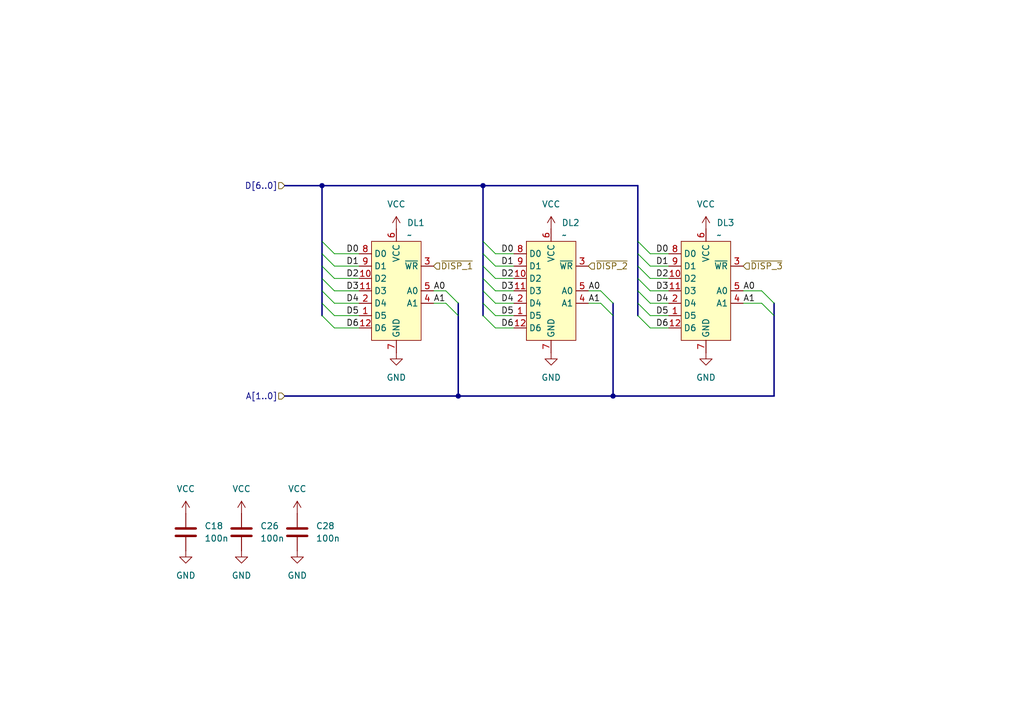
<source format=kicad_sch>
(kicad_sch (version 20250114) (generator "eeschema") (generator_version "9.0")
  (paper "A5")
  (title_block (title "DL1414 display") (date "2025-10-16") (rev "A") (company "A.K."))
  (lib_symbols
    (symbol "Device:C" (pin_numbers (hide yes)) (pin_names (offset 0.254))
      (property "Reference" "C" (at 0.635 2.54 0))
      (property "Value" "C" (at 0.635 -2.54 0))
      (symbol "C_0_1"
        (polyline (pts (xy -2.032 0.762) (xy 2.032 0.762)) (stroke (width 0.508)))
        (polyline (pts (xy -2.032 -0.762) (xy 2.032 -0.762)) (stroke (width 0.508)))
      )
      (symbol "C_1_1"
        (pin passive line (at 0 3.81 270) (length 2.794) (name "~") (number "1"))
        (pin passive line (at 0 -3.81 90) (length 2.794) (name "~") (number "2"))
      )
    )
    (symbol "dl1414:DL1414"
      (property "Reference" "DL" (at 2.54 11.43 0))
      (symbol "DL1414_1_1"
        (rectangle (start -5.08 10.16) (end 5.08 -10.16) (fill (type background)))
        (pin input line (at -7.62 7.62 0) (length 2.54) (name "D0") (number "8"))
        (pin input line (at -7.62 5.08 0) (length 2.54) (name "D1") (number "9"))
        (pin input line (at -7.62 2.54 0) (length 2.54) (name "D2") (number "10"))
        (pin input line (at -7.62 0 0) (length 2.54) (name "D3") (number "11"))
        (pin input line (at -7.62 -2.54 0) (length 2.54) (name "D4") (number "2"))
        (pin input line (at -7.62 -5.08 0) (length 2.54) (name "D5") (number "1"))
        (pin input line (at -7.62 -7.62 0) (length 2.54) (name "D6") (number "12"))
        (pin power_in line (at 0 12.7 270) (length 2.54) (name "VCC") (number "6"))
        (pin power_in line (at 0 -12.7 90) (length 2.54) (name "GND") (number "7"))
        (pin input line (at 7.62 5.08 180) (length 2.54) (name "~{WR}") (number "3"))
        (pin input line (at 7.62 0 180) (length 2.54) (name "A0") (number "5"))
        (pin input line (at 7.62 -2.54 180) (length 2.54) (name "A1") (number "4"))
      )
    )
    (symbol "power:GND" (power) (pin_numbers (hide yes)) (pin_names (offset 0) (hide yes))
      (property "Value" "GND" (at 0 -3.81 0))
      (symbol "GND_0_1"
        (polyline (pts (xy 0 0) (xy 0 -1.27) (xy 1.27 -1.27) (xy 0 -2.54) (xy -1.27 -1.27) (xy 0 -1.27)))
      )
      (symbol "GND_1_1"
        (pin power_in line (at 0 0 270) (length 0) (name "~") (number "1"))
      )
    )
    (symbol "power:VCC" (power) (pin_numbers (hide yes)) (pin_names (offset 0) (hide yes))
      (property "Value" "VCC" (at 0 3.556 0))
      (symbol "VCC_0_1"
        (polyline (pts (xy -0.762 1.27) (xy 0 2.54)))
        (polyline (pts (xy 0 2.54) (xy 0.762 1.27)))
        (polyline (pts (xy 0 0) (xy 0 2.54)))
      )
      (symbol "VCC_1_1"
        (pin power_in line (at 0 0 90) (length 0) (name "~") (number "1"))
      )
    )
  )
  (junction (at 93.98 81.28))
  (junction (at 125.73 81.28))
  (junction (at 66.04 38.1))
  (junction (at 99.06 38.1))
  (bus_entry (at 66.04 54.61) (size 2.54 2.54))
  (bus_entry (at 130.81 57.15) (size 2.54 2.54))
  (bus_entry (at 99.06 54.61) (size 2.54 2.54))
  (bus_entry (at 158.75 64.77) (size -2.54 -2.54))
  (bus_entry (at 93.98 64.77) (size -2.54 -2.54))
  (bus_entry (at 130.81 49.53) (size 2.54 2.54))
  (bus_entry (at 99.06 64.77) (size 2.54 2.54))
  (bus_entry (at 130.81 52.07) (size 2.54 2.54))
  (bus_entry (at 130.81 62.23) (size 2.54 2.54))
  (bus_entry (at 125.73 62.23) (size -2.54 -2.54))
  (bus_entry (at 93.98 62.23) (size -2.54 -2.54))
  (bus_entry (at 99.06 52.07) (size 2.54 2.54))
  (bus_entry (at 99.06 62.23) (size 2.54 2.54))
  (bus_entry (at 66.04 52.07) (size 2.54 2.54))
  (bus_entry (at 66.04 59.69) (size 2.54 2.54))
  (bus_entry (at 125.73 64.77) (size -2.54 -2.54))
  (bus_entry (at 158.75 62.23) (size -2.54 -2.54))
  (bus_entry (at 99.06 57.15) (size 2.54 2.54))
  (bus_entry (at 66.04 57.15) (size 2.54 2.54))
  (bus_entry (at 99.06 49.53) (size 2.54 2.54))
  (bus_entry (at 130.81 54.61) (size 2.54 2.54))
  (bus_entry (at 130.81 59.69) (size 2.54 2.54))
  (bus_entry (at 99.06 59.69) (size 2.54 2.54))
  (bus_entry (at 66.04 62.23) (size 2.54 2.54))
  (bus_entry (at 130.81 64.77) (size 2.54 2.54))
  (bus_entry (at 66.04 49.53) (size 2.54 2.54))
  (bus_entry (at 66.04 64.77) (size 2.54 2.54))
  (wire (pts (xy 68.58 67.31) (xy 73.66 67.31)))
  (wire (pts (xy 88.9 59.69) (xy 91.44 59.69)))
  (bus (pts (xy 99.06 38.1) (xy 130.81 38.1)))
  (bus (pts (xy 158.75 64.77) (xy 158.75 81.28)))
  (bus (pts (xy 93.98 62.23) (xy 93.98 64.77)))
  (wire (pts (xy 133.35 62.23) (xy 137.16 62.23)))
  (bus (pts (xy 66.04 52.07) (xy 66.04 54.61)))
  (wire (pts (xy 68.58 59.69) (xy 73.66 59.69)))
  (wire (pts (xy 133.35 57.15) (xy 137.16 57.15)))
  (wire (pts (xy 101.6 67.31) (xy 105.41 67.31)))
  (wire (pts (xy 101.6 52.07) (xy 105.41 52.07)))
  (bus (pts (xy 125.73 81.28) (xy 158.75 81.28)))
  (bus (pts (xy 99.06 59.69) (xy 99.06 62.23)))
  (bus (pts (xy 130.81 59.69) (xy 130.81 62.23)))
  (bus (pts (xy 93.98 64.77) (xy 93.98 81.28)))
  (bus (pts (xy 125.73 62.23) (xy 125.73 64.77)))
  (wire (pts (xy 120.65 59.69) (xy 123.19 59.69)))
  (bus (pts (xy 99.06 38.1) (xy 99.06 49.53)))
  (wire (pts (xy 101.6 64.77) (xy 105.41 64.77)))
  (bus (pts (xy 130.81 52.07) (xy 130.81 54.61)))
  (bus (pts (xy 66.04 38.1) (xy 99.06 38.1)))
  (wire (pts (xy 133.35 64.77) (xy 137.16 64.77)))
  (wire (pts (xy 152.4 59.69) (xy 156.21 59.69)))
  (bus (pts (xy 66.04 59.69) (xy 66.04 62.23)))
  (wire (pts (xy 68.58 52.07) (xy 73.66 52.07)))
  (wire (pts (xy 133.35 59.69) (xy 137.16 59.69)))
  (bus (pts (xy 93.98 81.28) (xy 125.73 81.28)))
  (bus (pts (xy 130.81 38.1) (xy 130.81 49.53)))
  (bus (pts (xy 66.04 54.61) (xy 66.04 57.15)))
  (bus (pts (xy 99.06 54.61) (xy 99.06 57.15)))
  (wire (pts (xy 68.58 64.77) (xy 73.66 64.77)))
  (bus (pts (xy 130.81 54.61) (xy 130.81 57.15)))
  (bus (pts (xy 66.04 38.1) (xy 66.04 49.53)))
  (wire (pts (xy 68.58 57.15) (xy 73.66 57.15)))
  (bus (pts (xy 99.06 57.15) (xy 99.06 59.69)))
  (wire (pts (xy 68.58 62.23) (xy 73.66 62.23)))
  (wire (pts (xy 101.6 59.69) (xy 105.41 59.69)))
  (bus (pts (xy 58.42 38.1) (xy 66.04 38.1)))
  (wire (pts (xy 133.35 52.07) (xy 137.16 52.07)))
  (bus (pts (xy 130.81 57.15) (xy 130.81 59.69)))
  (bus (pts (xy 58.42 81.28) (xy 93.98 81.28)))
  (wire (pts (xy 120.65 62.23) (xy 123.19 62.23)))
  (bus (pts (xy 99.06 52.07) (xy 99.06 54.61)))
  (bus (pts (xy 99.06 49.53) (xy 99.06 52.07)))
  (wire (pts (xy 88.9 62.23) (xy 91.44 62.23)))
  (bus (pts (xy 130.81 49.53) (xy 130.81 52.07)))
  (bus (pts (xy 130.81 62.23) (xy 130.81 64.77)))
  (bus (pts (xy 66.04 49.53) (xy 66.04 52.07)))
  (wire (pts (xy 101.6 54.61) (xy 105.41 54.61)))
  (bus (pts (xy 66.04 57.15) (xy 66.04 59.69)))
  (bus (pts (xy 125.73 64.77) (xy 125.73 81.28)))
  (wire (pts (xy 133.35 67.31) (xy 137.16 67.31)))
  (wire (pts (xy 133.35 54.61) (xy 137.16 54.61)))
  (wire (pts (xy 68.58 54.61) (xy 73.66 54.61)))
  (bus (pts (xy 158.75 62.23) (xy 158.75 64.77)))
  (bus (pts (xy 66.04 62.23) (xy 66.04 64.77)))
  (wire (pts (xy 152.4 62.23) (xy 156.21 62.23)))
  (wire (pts (xy 101.6 62.23) (xy 105.41 62.23)))
  (bus (pts (xy 99.06 62.23) (xy 99.06 64.77)))
  (wire (pts (xy 101.6 57.15) (xy 105.41 57.15)))
  (label "D4" (at 105.41 62.23 180))
  (label "A0" (at 152.4 59.69 0))
  (label "D4" (at 73.66 62.23 180))
  (label "A1" (at 120.65 62.23 0))
  (label "A0" (at 120.65 59.69 0))
  (label "D0" (at 137.16 52.07 180))
  (label "D0" (at 105.41 52.07 180))
  (label "A1" (at 152.4 62.23 0))
  (label "D6" (at 105.41 67.31 180))
  (label "D5" (at 105.41 64.77 180))
  (label "D5" (at 137.16 64.77 180))
  (label "D0" (at 73.66 52.07 180))
  (label "A0" (at 88.9 59.69 0))
  (label "D6" (at 137.16 67.31 180))
  (label "D6" (at 73.66 67.31 180))
  (label "D1" (at 73.66 54.61 180))
  (label "D1" (at 105.41 54.61 180))
  (label "D3" (at 137.16 59.69 180))
  (label "D2" (at 73.66 57.15 180))
  (label "D4" (at 137.16 62.23 180))
  (label "D2" (at 105.41 57.15 180))
  (label "A1" (at 88.9 62.23 0))
  (label "D2" (at 137.16 57.15 180))
  (label "D1" (at 137.16 54.61 180))
  (label "D5" (at 73.66 64.77 180))
  (label "D3" (at 105.41 59.69 180))
  (label "D3" (at 73.66 59.69 180))
  (hierarchical_label "D[6..0]" (shape input) (at 58.42 38.1 180))
  (hierarchical_label "~{DISP_3}" (shape input) (at 152.4 54.61 0))
  (hierarchical_label "A[1..0]" (shape input) (at 58.42 81.28 180))
  (hierarchical_label "~{DISP_2}" (shape input) (at 120.65 54.61 0))
  (hierarchical_label "~{DISP_1}" (shape input) (at 88.9 54.61 0))
  (symbol (lib_id "power:VCC") (at 49.53 105.41 0) (unit 1)
    (property "Reference" "#PWR0110" (effects (hide yes)))
    (property "Value" "VCC" (at 49.53 100.33 0))
    (property "Description" "Power symbol creates a global label with name \"VCC\"" (effects (hide yes)))
  )
  (symbol (lib_id "power:VCC") (at 113.03 46.99 0) (unit 1)
    (property "Reference" "#PWR098" (effects (hide yes)))
    (property "Value" "VCC" (at 113.03 41.91 0))
    (property "Description" "Power symbol creates a global label with name \"VCC\"" (effects (hide yes)))
  )
  (symbol (lib_id "power:GND") (at 113.03 72.39 0) (unit 1)
    (property "Reference" "#PWR099" (effects (hide yes)))
    (property "Value" "GND" (at 113.03 77.47 0))
    (property "Description" "Power symbol creates a global label with name \"GND\" , ground" (effects (hide yes)))
  )
  (symbol (lib_id "Device:C") (at 49.53 109.22 0) (unit 1)
    (property "Reference" "C26" (at 53.34 107.9499 0) (effects (justify left)))
    (property "Value" "100n" (at 53.34 110.4899 0) (effects (justify left)))
    (property "Footprint" "Capacitor_SMD:C_0805_2012Metric" (effects (hide yes)))
    (property "Description" "Unpolarized capacitor" (effects (hide yes)))
  )
  (symbol (lib_id "power:VCC") (at 81.28 46.99 0) (unit 1)
    (property "Reference" "#PWR096" (effects (hide yes)))
    (property "Value" "VCC" (at 81.28 41.91 0))
    (property "Description" "Power symbol creates a global label with name \"VCC\"" (effects (hide yes)))
  )
  (symbol (lib_id "power:GND") (at 60.96 113.03 0) (unit 1)
    (property "Reference" "#PWR0113" (effects (hide yes)))
    (property "Value" "GND" (at 60.96 118.11 0))
    (property "Description" "Power symbol creates a global label with name \"GND\" , ground" (effects (hide yes)))
  )
  (symbol (lib_id "power:GND") (at 81.28 72.39 0) (unit 1)
    (property "Reference" "#PWR097" (effects (hide yes)))
    (property "Value" "GND" (at 81.28 77.47 0))
    (property "Description" "Power symbol creates a global label with name \"GND\" , ground" (effects (hide yes)))
  )
  (symbol (lib_id "power:GND") (at 49.53 113.03 0) (unit 1)
    (property "Reference" "#PWR0111" (effects (hide yes)))
    (property "Value" "GND" (at 49.53 118.11 0))
    (property "Description" "Power symbol creates a global label with name \"GND\" , ground" (effects (hide yes)))
  )
  (symbol (lib_id "dl1414:DL1414") (at 113.03 59.69 0) (unit 1)
    (property "Reference" "DL2" (at 115.1733 45.72 0) (effects (justify left)))
    (property "Value" "~" (at 115.1733 48.26 0) (effects (justify left)))
    (property "Footprint" "dl1414:DL1414" (effects (hide yes)))
  )
  (symbol (lib_id "power:VCC") (at 38.1 105.41 0) (unit 1)
    (property "Reference" "#PWR0108" (effects (hide yes)))
    (property "Value" "VCC" (at 38.1 100.33 0))
    (property "Description" "Power symbol creates a global label with name \"VCC\"" (effects (hide yes)))
  )
  (symbol (lib_id "power:VCC") (at 144.78 46.99 0) (unit 1)
    (property "Reference" "#PWR0100" (effects (hide yes)))
    (property "Value" "VCC" (at 144.78 41.91 0))
    (property "Description" "Power symbol creates a global label with name \"VCC\"" (effects (hide yes)))
  )
  (symbol (lib_id "Device:C") (at 60.96 109.22 0) (unit 1)
    (property "Reference" "C28" (at 64.77 107.9499 0) (effects (justify left)))
    (property "Value" "100n" (at 64.77 110.4899 0) (effects (justify left)))
    (property "Footprint" "Capacitor_SMD:C_0805_2012Metric" (effects (hide yes)))
    (property "Description" "Unpolarized capacitor" (effects (hide yes)))
  )
  (symbol (lib_id "dl1414:DL1414") (at 144.78 59.69 0) (unit 1)
    (property "Reference" "DL3" (at 146.9233 45.72 0) (effects (justify left)))
    (property "Value" "~" (at 146.9233 48.26 0) (effects (justify left)))
    (property "Footprint" "dl1414:DL1414" (effects (hide yes)))
  )
  (symbol (lib_id "power:VCC") (at 60.96 105.41 0) (unit 1)
    (property "Reference" "#PWR0112" (effects (hide yes)))
    (property "Value" "VCC" (at 60.96 100.33 0))
    (property "Description" "Power symbol creates a global label with name \"VCC\"" (effects (hide yes)))
  )
  (symbol (lib_id "dl1414:DL1414") (at 81.28 59.69 0) (unit 1)
    (property "Reference" "DL1" (at 83.4233 45.72 0) (effects (justify left)))
    (property "Value" "~" (at 83.4233 48.26 0) (effects (justify left)))
    (property "Footprint" "dl1414:DL1414" (effects (hide yes)))
  )
  (symbol (lib_id "Device:C") (at 38.1 109.22 0) (unit 1)
    (property "Reference" "C18" (at 41.91 107.9499 0) (effects (justify left)))
    (property "Value" "100n" (at 41.91 110.4899 0) (effects (justify left)))
    (property "Footprint" "Capacitor_SMD:C_0805_2012Metric" (effects (hide yes)))
    (property "Description" "Unpolarized capacitor" (effects (hide yes)))
  )
  (symbol (lib_id "power:GND") (at 144.78 72.39 0) (unit 1)
    (property "Reference" "#PWR0101" (effects (hide yes)))
    (property "Value" "GND" (at 144.78 77.47 0))
    (property "Description" "Power symbol creates a global label with name \"GND\" , ground" (effects (hide yes)))
  )
  (symbol (lib_id "power:GND") (at 38.1 113.03 0) (unit 1)
    (property "Reference" "#PWR0109" (effects (hide yes)))
    (property "Value" "GND" (at 38.1 118.11 0))
    (property "Description" "Power symbol creates a global label with name \"GND\" , ground" (effects (hide yes)))
  )
)
</source>
